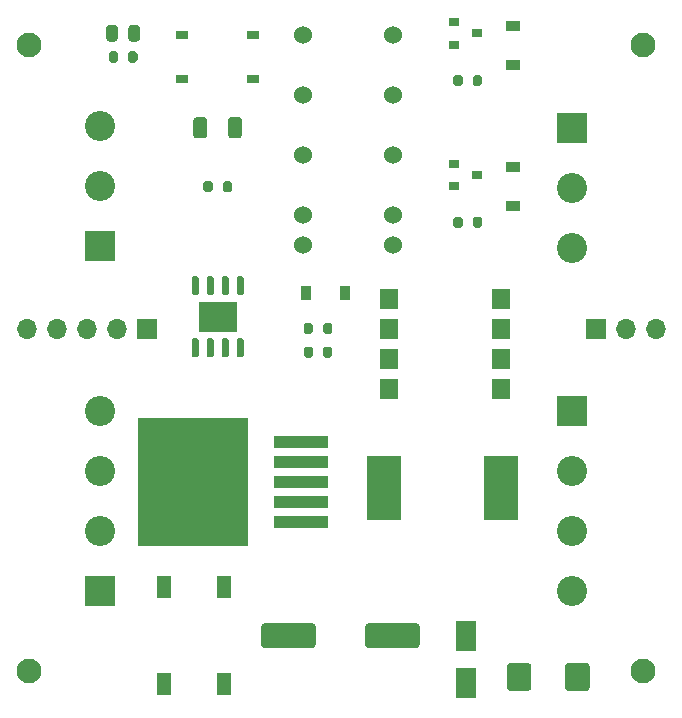
<source format=gts>
G04 #@! TF.GenerationSoftware,KiCad,Pcbnew,5.1.10-88a1d61d58~88~ubuntu20.10.1*
G04 #@! TF.CreationDate,2021-05-12T21:52:12+02:00*
G04 #@! TF.ProjectId,Servopoint_opto,53657276-6f70-46f6-996e-745f6f70746f,rev?*
G04 #@! TF.SameCoordinates,Original*
G04 #@! TF.FileFunction,Soldermask,Top*
G04 #@! TF.FilePolarity,Negative*
%FSLAX46Y46*%
G04 Gerber Fmt 4.6, Leading zero omitted, Abs format (unit mm)*
G04 Created by KiCad (PCBNEW 5.1.10-88a1d61d58~88~ubuntu20.10.1) date 2021-05-12 21:52:12*
%MOMM*%
%LPD*%
G01*
G04 APERTURE LIST*
%ADD10R,2.900000X5.400000*%
%ADD11C,2.100000*%
%ADD12R,1.000000X0.750000*%
%ADD13C,2.550000*%
%ADD14R,2.550000X2.550000*%
%ADD15R,1.200000X1.900000*%
%ADD16R,3.200000X2.514000*%
%ADD17O,1.700000X1.700000*%
%ADD18R,1.700000X1.700000*%
%ADD19C,1.524000*%
%ADD20R,1.800000X2.500000*%
%ADD21R,0.900000X0.800000*%
%ADD22R,1.200000X0.900000*%
%ADD23R,0.900000X1.200000*%
%ADD24R,9.400000X10.800000*%
%ADD25R,4.600000X1.100000*%
%ADD26R,1.520000X1.780000*%
%ADD27R,1.520000X1.750000*%
G04 APERTURE END LIST*
D10*
X114000000Y-81500000D03*
X104100000Y-81500000D03*
D11*
X126000000Y-97000000D03*
X74000000Y-97000000D03*
X126000000Y-44000000D03*
X74000000Y-44000000D03*
D12*
X93000000Y-46875000D03*
X87000000Y-46875000D03*
X93000000Y-43125000D03*
X87000000Y-43125000D03*
D13*
X80000000Y-50840000D03*
X80000000Y-55920000D03*
D14*
X80000000Y-61000000D03*
D13*
X120000000Y-61160000D03*
X120000000Y-56080000D03*
D14*
X120000000Y-51000000D03*
D13*
X80000000Y-75000000D03*
X80000000Y-80080000D03*
X80000000Y-85160000D03*
D14*
X80000000Y-90240000D03*
D13*
X120000000Y-90240000D03*
X120000000Y-85160000D03*
X120000000Y-80080000D03*
D14*
X120000000Y-75000000D03*
D15*
X90549590Y-98124420D03*
X85449590Y-98124420D03*
X90549590Y-89874420D03*
X85449590Y-89874420D03*
D16*
X90000000Y-67000000D03*
G36*
G01*
X91755000Y-68825000D02*
X92055000Y-68825000D01*
G75*
G02*
X92205000Y-68975000I0J-150000D01*
G01*
X92205000Y-70300000D01*
G75*
G02*
X92055000Y-70450000I-150000J0D01*
G01*
X91755000Y-70450000D01*
G75*
G02*
X91605000Y-70300000I0J150000D01*
G01*
X91605000Y-68975000D01*
G75*
G02*
X91755000Y-68825000I150000J0D01*
G01*
G37*
G36*
G01*
X90485000Y-68825000D02*
X90785000Y-68825000D01*
G75*
G02*
X90935000Y-68975000I0J-150000D01*
G01*
X90935000Y-70300000D01*
G75*
G02*
X90785000Y-70450000I-150000J0D01*
G01*
X90485000Y-70450000D01*
G75*
G02*
X90335000Y-70300000I0J150000D01*
G01*
X90335000Y-68975000D01*
G75*
G02*
X90485000Y-68825000I150000J0D01*
G01*
G37*
G36*
G01*
X89215000Y-68825000D02*
X89515000Y-68825000D01*
G75*
G02*
X89665000Y-68975000I0J-150000D01*
G01*
X89665000Y-70300000D01*
G75*
G02*
X89515000Y-70450000I-150000J0D01*
G01*
X89215000Y-70450000D01*
G75*
G02*
X89065000Y-70300000I0J150000D01*
G01*
X89065000Y-68975000D01*
G75*
G02*
X89215000Y-68825000I150000J0D01*
G01*
G37*
G36*
G01*
X87945000Y-68825000D02*
X88245000Y-68825000D01*
G75*
G02*
X88395000Y-68975000I0J-150000D01*
G01*
X88395000Y-70300000D01*
G75*
G02*
X88245000Y-70450000I-150000J0D01*
G01*
X87945000Y-70450000D01*
G75*
G02*
X87795000Y-70300000I0J150000D01*
G01*
X87795000Y-68975000D01*
G75*
G02*
X87945000Y-68825000I150000J0D01*
G01*
G37*
G36*
G01*
X87945000Y-63550000D02*
X88245000Y-63550000D01*
G75*
G02*
X88395000Y-63700000I0J-150000D01*
G01*
X88395000Y-65025000D01*
G75*
G02*
X88245000Y-65175000I-150000J0D01*
G01*
X87945000Y-65175000D01*
G75*
G02*
X87795000Y-65025000I0J150000D01*
G01*
X87795000Y-63700000D01*
G75*
G02*
X87945000Y-63550000I150000J0D01*
G01*
G37*
G36*
G01*
X89215000Y-63550000D02*
X89515000Y-63550000D01*
G75*
G02*
X89665000Y-63700000I0J-150000D01*
G01*
X89665000Y-65025000D01*
G75*
G02*
X89515000Y-65175000I-150000J0D01*
G01*
X89215000Y-65175000D01*
G75*
G02*
X89065000Y-65025000I0J150000D01*
G01*
X89065000Y-63700000D01*
G75*
G02*
X89215000Y-63550000I150000J0D01*
G01*
G37*
G36*
G01*
X90485000Y-63550000D02*
X90785000Y-63550000D01*
G75*
G02*
X90935000Y-63700000I0J-150000D01*
G01*
X90935000Y-65025000D01*
G75*
G02*
X90785000Y-65175000I-150000J0D01*
G01*
X90485000Y-65175000D01*
G75*
G02*
X90335000Y-65025000I0J150000D01*
G01*
X90335000Y-63700000D01*
G75*
G02*
X90485000Y-63550000I150000J0D01*
G01*
G37*
G36*
G01*
X91755000Y-63550000D02*
X92055000Y-63550000D01*
G75*
G02*
X92205000Y-63700000I0J-150000D01*
G01*
X92205000Y-65025000D01*
G75*
G02*
X92055000Y-65175000I-150000J0D01*
G01*
X91755000Y-65175000D01*
G75*
G02*
X91605000Y-65025000I0J150000D01*
G01*
X91605000Y-63700000D01*
G75*
G02*
X91755000Y-63550000I150000J0D01*
G01*
G37*
D17*
X73840000Y-68000000D03*
X76380000Y-68000000D03*
X78920000Y-68000000D03*
X81460000Y-68000000D03*
D18*
X84000000Y-68000000D03*
G36*
G01*
X90900000Y-51650001D02*
X90900000Y-50349999D01*
G75*
G02*
X91149999Y-50100000I249999J0D01*
G01*
X91800001Y-50100000D01*
G75*
G02*
X92050000Y-50349999I0J-249999D01*
G01*
X92050000Y-51650001D01*
G75*
G02*
X91800001Y-51900000I-249999J0D01*
G01*
X91149999Y-51900000D01*
G75*
G02*
X90900000Y-51650001I0J249999D01*
G01*
G37*
G36*
G01*
X87950000Y-51650001D02*
X87950000Y-50349999D01*
G75*
G02*
X88199999Y-50100000I249999J0D01*
G01*
X88850001Y-50100000D01*
G75*
G02*
X89100000Y-50349999I0J-249999D01*
G01*
X89100000Y-51650001D01*
G75*
G02*
X88850001Y-51900000I-249999J0D01*
G01*
X88199999Y-51900000D01*
G75*
G02*
X87950000Y-51650001I0J249999D01*
G01*
G37*
G36*
G01*
X119425000Y-98425000D02*
X119425000Y-96575000D01*
G75*
G02*
X119675000Y-96325000I250000J0D01*
G01*
X121250000Y-96325000D01*
G75*
G02*
X121500000Y-96575000I0J-250000D01*
G01*
X121500000Y-98425000D01*
G75*
G02*
X121250000Y-98675000I-250000J0D01*
G01*
X119675000Y-98675000D01*
G75*
G02*
X119425000Y-98425000I0J250000D01*
G01*
G37*
G36*
G01*
X114500000Y-98425000D02*
X114500000Y-96575000D01*
G75*
G02*
X114750000Y-96325000I250000J0D01*
G01*
X116325000Y-96325000D01*
G75*
G02*
X116575000Y-96575000I0J-250000D01*
G01*
X116575000Y-98425000D01*
G75*
G02*
X116325000Y-98675000I-250000J0D01*
G01*
X114750000Y-98675000D01*
G75*
G02*
X114500000Y-98425000I0J250000D01*
G01*
G37*
G36*
G01*
X102500000Y-94800000D02*
X102500000Y-93200000D01*
G75*
G02*
X102750000Y-92950000I250000J0D01*
G01*
X106850000Y-92950000D01*
G75*
G02*
X107100000Y-93200000I0J-250000D01*
G01*
X107100000Y-94800000D01*
G75*
G02*
X106850000Y-95050000I-250000J0D01*
G01*
X102750000Y-95050000D01*
G75*
G02*
X102500000Y-94800000I0J250000D01*
G01*
G37*
G36*
G01*
X93700000Y-94800000D02*
X93700000Y-93200000D01*
G75*
G02*
X93950000Y-92950000I250000J0D01*
G01*
X98050000Y-92950000D01*
G75*
G02*
X98300000Y-93200000I0J-250000D01*
G01*
X98300000Y-94800000D01*
G75*
G02*
X98050000Y-95050000I-250000J0D01*
G01*
X93950000Y-95050000D01*
G75*
G02*
X93700000Y-94800000I0J250000D01*
G01*
G37*
D19*
X104810000Y-60890000D03*
X104810000Y-58350000D03*
X104810000Y-53270000D03*
X104810000Y-48190000D03*
X104810000Y-43110000D03*
X97190000Y-43110000D03*
X97190000Y-48190000D03*
X97190000Y-53270000D03*
X97190000Y-58350000D03*
X97190000Y-60890000D03*
D20*
X111000000Y-98000000D03*
X111000000Y-94000000D03*
D21*
X112000000Y-43000000D03*
X110000000Y-43950000D03*
X110000000Y-42050000D03*
X112000000Y-55000000D03*
X110000000Y-55950000D03*
X110000000Y-54050000D03*
G36*
G01*
X82450000Y-43456250D02*
X82450000Y-42543750D01*
G75*
G02*
X82693750Y-42300000I243750J0D01*
G01*
X83181250Y-42300000D01*
G75*
G02*
X83425000Y-42543750I0J-243750D01*
G01*
X83425000Y-43456250D01*
G75*
G02*
X83181250Y-43700000I-243750J0D01*
G01*
X82693750Y-43700000D01*
G75*
G02*
X82450000Y-43456250I0J243750D01*
G01*
G37*
G36*
G01*
X80575000Y-43456250D02*
X80575000Y-42543750D01*
G75*
G02*
X80818750Y-42300000I243750J0D01*
G01*
X81306250Y-42300000D01*
G75*
G02*
X81550000Y-42543750I0J-243750D01*
G01*
X81550000Y-43456250D01*
G75*
G02*
X81306250Y-43700000I-243750J0D01*
G01*
X80818750Y-43700000D01*
G75*
G02*
X80575000Y-43456250I0J243750D01*
G01*
G37*
G36*
G01*
X111600000Y-59275000D02*
X111600000Y-58725000D01*
G75*
G02*
X111800000Y-58525000I200000J0D01*
G01*
X112200000Y-58525000D01*
G75*
G02*
X112400000Y-58725000I0J-200000D01*
G01*
X112400000Y-59275000D01*
G75*
G02*
X112200000Y-59475000I-200000J0D01*
G01*
X111800000Y-59475000D01*
G75*
G02*
X111600000Y-59275000I0J200000D01*
G01*
G37*
G36*
G01*
X109950000Y-59275000D02*
X109950000Y-58725000D01*
G75*
G02*
X110150000Y-58525000I200000J0D01*
G01*
X110550000Y-58525000D01*
G75*
G02*
X110750000Y-58725000I0J-200000D01*
G01*
X110750000Y-59275000D01*
G75*
G02*
X110550000Y-59475000I-200000J0D01*
G01*
X110150000Y-59475000D01*
G75*
G02*
X109950000Y-59275000I0J200000D01*
G01*
G37*
G36*
G01*
X111600000Y-47275000D02*
X111600000Y-46725000D01*
G75*
G02*
X111800000Y-46525000I200000J0D01*
G01*
X112200000Y-46525000D01*
G75*
G02*
X112400000Y-46725000I0J-200000D01*
G01*
X112400000Y-47275000D01*
G75*
G02*
X112200000Y-47475000I-200000J0D01*
G01*
X111800000Y-47475000D01*
G75*
G02*
X111600000Y-47275000I0J200000D01*
G01*
G37*
G36*
G01*
X109950000Y-47275000D02*
X109950000Y-46725000D01*
G75*
G02*
X110150000Y-46525000I200000J0D01*
G01*
X110550000Y-46525000D01*
G75*
G02*
X110750000Y-46725000I0J-200000D01*
G01*
X110750000Y-47275000D01*
G75*
G02*
X110550000Y-47475000I-200000J0D01*
G01*
X110150000Y-47475000D01*
G75*
G02*
X109950000Y-47275000I0J200000D01*
G01*
G37*
G36*
G01*
X82425000Y-45275000D02*
X82425000Y-44725000D01*
G75*
G02*
X82625000Y-44525000I200000J0D01*
G01*
X83025000Y-44525000D01*
G75*
G02*
X83225000Y-44725000I0J-200000D01*
G01*
X83225000Y-45275000D01*
G75*
G02*
X83025000Y-45475000I-200000J0D01*
G01*
X82625000Y-45475000D01*
G75*
G02*
X82425000Y-45275000I0J200000D01*
G01*
G37*
G36*
G01*
X80775000Y-45275000D02*
X80775000Y-44725000D01*
G75*
G02*
X80975000Y-44525000I200000J0D01*
G01*
X81375000Y-44525000D01*
G75*
G02*
X81575000Y-44725000I0J-200000D01*
G01*
X81575000Y-45275000D01*
G75*
G02*
X81375000Y-45475000I-200000J0D01*
G01*
X80975000Y-45475000D01*
G75*
G02*
X80775000Y-45275000I0J200000D01*
G01*
G37*
G36*
G01*
X90425000Y-56275000D02*
X90425000Y-55725000D01*
G75*
G02*
X90625000Y-55525000I200000J0D01*
G01*
X91025000Y-55525000D01*
G75*
G02*
X91225000Y-55725000I0J-200000D01*
G01*
X91225000Y-56275000D01*
G75*
G02*
X91025000Y-56475000I-200000J0D01*
G01*
X90625000Y-56475000D01*
G75*
G02*
X90425000Y-56275000I0J200000D01*
G01*
G37*
G36*
G01*
X88775000Y-56275000D02*
X88775000Y-55725000D01*
G75*
G02*
X88975000Y-55525000I200000J0D01*
G01*
X89375000Y-55525000D01*
G75*
G02*
X89575000Y-55725000I0J-200000D01*
G01*
X89575000Y-56275000D01*
G75*
G02*
X89375000Y-56475000I-200000J0D01*
G01*
X88975000Y-56475000D01*
G75*
G02*
X88775000Y-56275000I0J200000D01*
G01*
G37*
G36*
G01*
X98925000Y-70275000D02*
X98925000Y-69725000D01*
G75*
G02*
X99125000Y-69525000I200000J0D01*
G01*
X99525000Y-69525000D01*
G75*
G02*
X99725000Y-69725000I0J-200000D01*
G01*
X99725000Y-70275000D01*
G75*
G02*
X99525000Y-70475000I-200000J0D01*
G01*
X99125000Y-70475000D01*
G75*
G02*
X98925000Y-70275000I0J200000D01*
G01*
G37*
G36*
G01*
X97275000Y-70275000D02*
X97275000Y-69725000D01*
G75*
G02*
X97475000Y-69525000I200000J0D01*
G01*
X97875000Y-69525000D01*
G75*
G02*
X98075000Y-69725000I0J-200000D01*
G01*
X98075000Y-70275000D01*
G75*
G02*
X97875000Y-70475000I-200000J0D01*
G01*
X97475000Y-70475000D01*
G75*
G02*
X97275000Y-70275000I0J200000D01*
G01*
G37*
G36*
G01*
X98925000Y-68275000D02*
X98925000Y-67725000D01*
G75*
G02*
X99125000Y-67525000I200000J0D01*
G01*
X99525000Y-67525000D01*
G75*
G02*
X99725000Y-67725000I0J-200000D01*
G01*
X99725000Y-68275000D01*
G75*
G02*
X99525000Y-68475000I-200000J0D01*
G01*
X99125000Y-68475000D01*
G75*
G02*
X98925000Y-68275000I0J200000D01*
G01*
G37*
G36*
G01*
X97275000Y-68275000D02*
X97275000Y-67725000D01*
G75*
G02*
X97475000Y-67525000I200000J0D01*
G01*
X97875000Y-67525000D01*
G75*
G02*
X98075000Y-67725000I0J-200000D01*
G01*
X98075000Y-68275000D01*
G75*
G02*
X97875000Y-68475000I-200000J0D01*
G01*
X97475000Y-68475000D01*
G75*
G02*
X97275000Y-68275000I0J200000D01*
G01*
G37*
D22*
X115000000Y-42350000D03*
X115000000Y-45650000D03*
X115000000Y-54350000D03*
X115000000Y-57650000D03*
D23*
X97500000Y-65000000D03*
X100800000Y-65000000D03*
D24*
X87925000Y-81000000D03*
D25*
X97075000Y-77600000D03*
X97075000Y-79300000D03*
X97075000Y-81000000D03*
X97075000Y-82700000D03*
X97075000Y-84400000D03*
D26*
X114000000Y-65500000D03*
X114000000Y-68040000D03*
X114000000Y-70580000D03*
X114000000Y-73120000D03*
X104480000Y-73120000D03*
X104480000Y-70580000D03*
D27*
X104480000Y-68040000D03*
D26*
X104480000Y-65500000D03*
D18*
X122000000Y-68000000D03*
D17*
X124540000Y-68000000D03*
X127080000Y-68000000D03*
M02*

</source>
